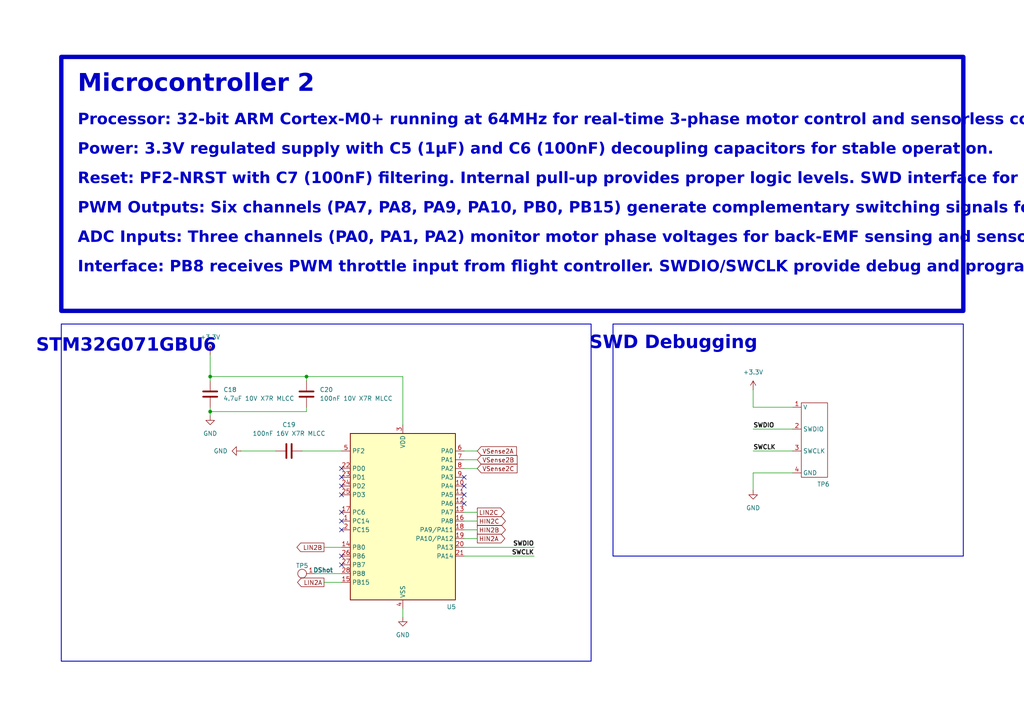
<source format=kicad_sch>
(kicad_sch (version 20250114) (generator "eeschema") (generator_version "9.0")
  (paper "A4")
  (lib_symbols
    (symbol "Device:C" (pin_numbers (hide yes)) (pin_names (offset 0.254))
      (property "Reference" "C" (at 0.635 2.54 0))
      (property "Value" "C" (at 0.635 -2.54 0))
      (symbol "C_0_1"
        (polyline (pts (xy -2.032 0.762) (xy 2.032 0.762)) (stroke (width 0.508)))
        (polyline (pts (xy -2.032 -0.762) (xy 2.032 -0.762)) (stroke (width 0.508)))
      )
      (symbol "C_1_1"
        (pin passive line (at 0 3.81 270) (length 2.794) (name "~") (number "1"))
        (pin passive line (at 0 -3.81 90) (length 2.794) (name "~") (number "2"))
      )
    )
    (symbol "Drone_components:1.27_test_pad"
      (property "Reference" "TP" (at 0 12.446 0))
      (symbol "1.27_test_pad_0_1"
        (rectangle (start -3.81 10.16) (end 3.81 -11.43))
      )
      (symbol "1.27_test_pad_1_1"
        (pin input line (at -6.35 8.89 0) (length 2.54) (name "V") (number "1"))
        (pin input line (at -6.35 2.54 0) (length 2.54) (name "SWDIO") (number "2"))
        (pin input line (at -6.35 -3.81 0) (length 2.54) (name "SWCLK") (number "3"))
        (pin input line (at -6.35 -10.16 0) (length 2.54) (name "GND") (number "4"))
      )
    )
    (symbol "Drone_components:Rectangle_test_point"
      (property "Reference" "TP" (at 0 3.556 0))
      (symbol "Rectangle_test_point_0_1"
        (circle (center 0 0) (radius 1.27))
      )
      (symbol "Rectangle_test_point_1_1"
        (pin input line (at -3.81 0 0) (length 2.54) (name "") (number "1"))
      )
    )
    (symbol "MCU_ST_STM32G0:STM32G071GBUxN"
      (property "Reference" "U" (at -15.24 26.67 0))
      (property "Value" "STM32G071GBUxN" (at 2.54 26.67 0))
      (symbol "STM32G071GBUxN_0_1"
        (rectangle (start -15.24 -22.86) (end 15.24 25.4) (stroke (width 0.254)) (fill (type background)))
      )
      (symbol "STM32G071GBUxN_1_1"
        (pin bidirectional line (at -17.78 20.32 0) (length 2.54) (name "PF2") (number "5"))
        (pin bidirectional line (at -17.78 15.24 0) (length 2.54) (name "PD0") (number "22"))
        (pin bidirectional line (at -17.78 12.7 0) (length 2.54) (name "PD1") (number "23"))
        (pin bidirectional line (at -17.78 10.16 0) (length 2.54) (name "PD2") (number "24"))
        (pin bidirectional line (at -17.78 7.62 0) (length 2.54) (name "PD3") (number "25"))
        (pin bidirectional line (at -17.78 2.54 0) (length 2.54) (name "PC6") (number "17"))
        (pin bidirectional line (at -17.78 0 0) (length 2.54) (name "PC14") (number "1"))
        (pin bidirectional line (at -17.78 -2.54 0) (length 2.54) (name "PC15") (number "2"))
        (pin bidirectional line (at -17.78 -7.62 0) (length 2.54) (name "PB0") (number "14"))
        (pin bidirectional line (at -17.78 -10.16 0) (length 2.54) (name "PB6") (number "26"))
        (pin bidirectional line (at -17.78 -12.7 0) (length 2.54) (name "PB7") (number "27"))
        (pin bidirectional line (at -17.78 -15.24 0) (length 2.54) (name "PB8") (number "28"))
        (pin bidirectional line (at -17.78 -17.78 0) (length 2.54) (name "PB15") (number "15"))
        (pin power_in line (at 0 27.94 270) (length 2.54) (name "VDD") (number "3"))
        (pin power_in line (at 0 -25.4 90) (length 2.54) (name "VSS") (number "4"))
        (pin bidirectional line (at 17.78 20.32 180) (length 2.54) (name "PA0") (number "6"))
        (pin bidirectional line (at 17.78 17.78 180) (length 2.54) (name "PA1") (number "7"))
        (pin bidirectional line (at 17.78 15.24 180) (length 2.54) (name "PA2") (number "8"))
        (pin bidirectional line (at 17.78 12.7 180) (length 2.54) (name "PA3") (number "9"))
        (pin bidirectional line (at 17.78 10.16 180) (length 2.54) (name "PA4") (number "10"))
        (pin bidirectional line (at 17.78 7.62 180) (length 2.54) (name "PA5") (number "11"))
        (pin bidirectional line (at 17.78 5.08 180) (length 2.54) (name "PA6") (number "12"))
        (pin bidirectional line (at 17.78 2.54 180) (length 2.54) (name "PA7") (number "13"))
        (pin bidirectional line (at 17.78 0 180) (length 2.54) (name "PA8") (number "16"))
        (pin bidirectional line (at 17.78 -2.54 180) (length 2.54) (name "PA9/PA11") (number "18"))
        (pin bidirectional line (at 17.78 -5.08 180) (length 2.54) (name "PA10/PA12") (number "19"))
        (pin bidirectional line (at 17.78 -7.62 180) (length 2.54) (name "PA13") (number "20"))
        (pin bidirectional line (at 17.78 -10.16 180) (length 2.54) (name "PA14") (number "21"))
      )
    )
    (symbol "power:+3.3V" (power) (pin_numbers (hide yes)) (pin_names (offset 0) (hide yes))
      (property "Value" "+3.3V" (at 0 3.556 0))
      (symbol "+3.3V_0_1"
        (polyline (pts (xy -0.762 1.27) (xy 0 2.54)))
        (polyline (pts (xy 0 2.54) (xy 0.762 1.27)))
        (polyline (pts (xy 0 0) (xy 0 2.54)))
      )
      (symbol "+3.3V_1_1"
        (pin power_in line (at 0 0 90) (length 0) (name "~") (number "1"))
      )
    )
    (symbol "power:GND" (power) (pin_numbers (hide yes)) (pin_names (offset 0) (hide yes))
      (property "Value" "GND" (at 0 -3.81 0))
      (symbol "GND_0_1"
        (polyline (pts (xy 0 0) (xy 0 -1.27) (xy 1.27 -1.27) (xy 0 -2.54) (xy -1.27 -1.27) (xy 0 -1.27)))
      )
      (symbol "GND_1_1"
        (pin power_in line (at 0 0 270) (length 0) (name "~") (number "1"))
      )
    )
  )
  (rectangle (start 17.78 16.51) (end 279.4 90.17) (stroke (width 1.27)))
  (rectangle (start 17.78 93.98) (end 171.45 191.77) (stroke (width 0.254)))
  (rectangle (start 177.8 93.98) (end 279.4 161.29) (stroke (width 0.254)))
  (text "SWD Debugging" (at 195.326 100.584 0) (effects (font (size 3.81 3.81) (bold yes))))
  (text "STM32G071GBU6" (at 36.576 101.346 0) (effects (font (size 3.81 3.81) (bold yes))))
  (text_box "Microcontroller 2\n_{Processor: 32-bit ARM Cortex-M0+ running at 64MHz for real-time 3-phase motor control and sensorless commutation algorithms.}\n_{Power: 3.3V regulated supply with C5 (1µF) and C6 (100nF) decoupling capacitors for stable operation.}\n_{Reset: PF2-NRST with C7 (100nF) filtering. Internal pull-up provides proper logic levels. SWD interface for programming.}\n_{PWM Outputs: Six channels (PA7, PA8, PA9, PA10, PB0, PB15) generate complementary switching signals for FD6288Q gate driver.}\n_{ADC Inputs: Three channels (PA0, PA1, PA2) monitor motor phase voltages for back-EMF sensing and sensorless rotor position detection.}\n_{Interface: PB8 receives PWM throttle input from flight controller. SWDIO/SWCLK provide debug and programming access.}" (at 21.59 20.32 0) (size 220.98 66.04) (margins 0.9525 0.9525 0.9525 0.9525) (stroke (width -0.0001)) (effects (font (size 5.08 5.08) (bold yes)) (justify left top)))
  (junction (at 88.9 109.22))
  (junction (at 60.96 119.38))
  (junction (at 60.96 109.22))
  (no_connect (at 134.62 143.51))
  (no_connect (at 99.06 143.51))
  (no_connect (at 99.06 135.89))
  (no_connect (at 99.06 140.97))
  (no_connect (at 99.06 161.29))
  (no_connect (at 134.62 138.43))
  (no_connect (at 99.06 151.13))
  (no_connect (at 99.06 138.43))
  (no_connect (at 99.06 153.67))
  (no_connect (at 99.06 148.59))
  (no_connect (at 134.62 140.97))
  (no_connect (at 99.06 163.83))
  (no_connect (at 134.62 146.05))
  (wire (pts (xy 60.96 102.87) (xy 60.96 109.22)))
  (wire (pts (xy 88.9 109.22) (xy 88.9 110.49)))
  (wire (pts (xy 134.62 156.21) (xy 138.43 156.21)))
  (wire (pts (xy 134.62 161.29) (xy 154.94 161.29)))
  (wire (pts (xy 134.62 133.35) (xy 138.43 133.35)))
  (wire (pts (xy 93.98 168.91) (xy 99.06 168.91)))
  (wire (pts (xy 134.62 151.13) (xy 138.43 151.13)))
  (wire (pts (xy 91.44 166.37) (xy 99.06 166.37)))
  (wire (pts (xy 69.85 130.81) (xy 80.01 130.81)))
  (wire (pts (xy 116.84 176.53) (xy 116.84 179.07)))
  (wire (pts (xy 134.62 130.81) (xy 138.43 130.81)))
  (wire (pts (xy 60.96 109.22) (xy 60.96 110.49)))
  (wire (pts (xy 218.44 124.46) (xy 229.87 124.46)))
  (wire (pts (xy 60.96 119.38) (xy 60.96 120.65)))
  (wire (pts (xy 88.9 118.11) (xy 88.9 119.38)))
  (wire (pts (xy 116.84 109.22) (xy 116.84 123.19)))
  (wire (pts (xy 93.98 158.75) (xy 99.06 158.75)))
  (wire (pts (xy 134.62 153.67) (xy 138.43 153.67)))
  (wire (pts (xy 134.62 158.75) (xy 154.94 158.75)))
  (wire (pts (xy 134.62 148.59) (xy 138.43 148.59)))
  (wire (pts (xy 218.44 113.03) (xy 218.44 118.11)))
  (wire (pts (xy 218.44 130.81) (xy 229.87 130.81)))
  (wire (pts (xy 88.9 119.38) (xy 60.96 119.38)))
  (wire (pts (xy 134.62 135.89) (xy 138.43 135.89)))
  (wire (pts (xy 87.63 130.81) (xy 99.06 130.81)))
  (wire (pts (xy 218.44 137.16) (xy 229.87 137.16)))
  (wire (pts (xy 60.96 119.38) (xy 60.96 118.11)))
  (wire (pts (xy 218.44 118.11) (xy 229.87 118.11)))
  (wire (pts (xy 218.44 142.24) (xy 218.44 137.16)))
  (wire (pts (xy 60.96 109.22) (xy 88.9 109.22)))
  (wire (pts (xy 88.9 109.22) (xy 116.84 109.22)))
  (label "SWCLK" (at 154.94 161.29 180) (effects (font (thickness 0.254) (bold yes))))
  (label "SWDIO" (at 154.94 158.75 180) (effects (font (thickness 0.254) (bold yes))))
  (label "SWDIO" (at 218.44 124.46 0) (effects (font (thickness 0.254) (bold yes))))
  (label "SWCLK" (at 218.44 130.81 0) (effects (font (thickness 0.254) (bold yes))))
  (global_label "HIN2C" (shape output) (at 138.43 151.13 0) (property "Intersheetrefs" "${INTERSHEET_REFS}" (effects (hide yes))))
  (global_label "VSense2B" (shape input) (at 138.43 133.35 0) (property "Intersheetrefs" "${INTERSHEET_REFS}" (effects (hide yes))))
  (global_label "VSense2A" (shape input) (at 138.43 130.81 0) (property "Intersheetrefs" "${INTERSHEET_REFS}" (effects (hide yes))))
  (global_label "HIN2A" (shape output) (at 138.43 156.21 0) (property "Intersheetrefs" "${INTERSHEET_REFS}" (effects (hide yes))))
  (global_label "LIN2B" (shape output) (at 93.98 158.75 180) (property "Intersheetrefs" "${INTERSHEET_REFS}" (effects (hide yes))))
  (global_label "LIN2C" (shape output) (at 138.43 148.59 0) (property "Intersheetrefs" "${INTERSHEET_REFS}" (effects (hide yes))))
  (global_label "VSense2C" (shape input) (at 138.43 135.89 0) (property "Intersheetrefs" "${INTERSHEET_REFS}" (effects (hide yes))))
  (global_label "LIN2A" (shape output) (at 93.98 168.91 180) (property "Intersheetrefs" "${INTERSHEET_REFS}" (effects (hide yes))))
  (global_label "HIN2B" (shape output) (at 138.43 153.67 0) (property "Intersheetrefs" "${INTERSHEET_REFS}" (effects (hide yes))))
  (symbol (lib_id "power:GND") (at 218.44 142.24 0) (unit 1)
    (property "Reference" "#PWR030" (effects (hide yes)))
    (property "Value" "GND" (at 218.44 147.32 0))
    (property "Description" "Power symbol creates a global label with name \"GND\" , ground" (effects (hide yes)))
  )
  (symbol (lib_id "power:GND") (at 60.96 120.65 0) (unit 1)
    (property "Reference" "#PWR026" (effects (hide yes)))
    (property "Value" "GND" (at 60.96 125.73 0))
    (property "Description" "Power symbol creates a global label with name \"GND\" , ground" (effects (hide yes)))
  )
  (symbol (lib_id "power:GND") (at 116.84 179.07 0) (unit 1)
    (property "Reference" "#PWR028" (effects (hide yes)))
    (property "Value" "GND" (at 116.84 184.15 0))
    (property "Description" "Power symbol creates a global label with name \"GND\" , ground" (effects (hide yes)))
  )
  (symbol (lib_id "power:+3.3V") (at 60.96 102.87 0) (unit 1)
    (property "Reference" "#PWR025" (effects (hide yes)))
    (property "Value" "+3.3V" (at 60.96 97.79 0))
    (property "Description" "Power symbol creates a global label with name \"+3.3V\"" (effects (hide yes)))
  )
  (symbol (lib_id "MCU_ST_STM32G0:STM32G071GBUxN") (at 116.84 151.13 0) (unit 1)
    (property "Reference" "U5" (at 129.54 176.022 0) (effects (justify left)))
    (property "Value" "STM32G071GBU6" (effects (hide yes)))
    (property "Footprint" "Package_DFN_QFN:QFN-28_4x4mm_P0.5mm" (effects (hide yes)))
    (property "Datasheet" "https://www.st.com/resource/en/datasheet/stm32g071gb.pdf" (effects (hide yes)))
    (property "Description" "STMicroelectronics Arm Cortex-M0+ MCU, 128KB flash, 36KB RAM, 64 MHz, 1.7-3.6V, 26 GPIO, UFQFPN28" (effects (hide yes)))
    (property "JLCPCB part" "C529347" (effects (hide yes)))
  )
  (symbol (lib_id "power:GND") (at 69.85 130.81 270) (unit 1)
    (property "Reference" "#PWR027" (effects (hide yes)))
    (property "Value" "GND" (at 66.04 130.8099 90) (effects (justify right)))
    (property "Description" "Power symbol creates a global label with name \"GND\" , ground" (effects (hide yes)))
  )
  (symbol (lib_id "power:+3.3V") (at 218.44 113.03 0) (unit 1)
    (property "Reference" "#PWR029" (effects (hide yes)))
    (property "Value" "+3.3V" (at 218.44 107.95 0))
    (property "Description" "Power symbol creates a global label with name \"+3.3V\"" (effects (hide yes)))
  )
  (symbol (lib_id "Device:C") (at 83.82 130.81 90) (unit 1)
    (property "Reference" "C19" (at 83.82 123.19 90))
    (property "Value" "100nF 16V X7R MLCC" (at 83.82 125.73 90))
    (property "Footprint" "Capacitor_SMD:C_01005_0402Metric" (effects (hide yes)))
    (property "Description" "Unpolarized capacitor" (effects (hide yes)))
    (property "JLCPCB part" "C307331" (effects (hide yes)))
  )
  (symbol (lib_id "Drone_components:Rectangle_test_point") (at 87.63 166.37 180) (unit 1)
    (property "Reference" "TP5" (at 87.63 164.084 0))
    (property "Value" "DShot" (at 93.726 165.354 0) (effects (font (thickness 0.254) (bold yes))))
    (property "Footprint" "Drone_components:Rectangle test point" (effects (hide yes)))
  )
  (symbol (lib_id "Drone_components:1.27_test_pad") (at 236.22 127 0) (unit 1)
    (property "Reference" "TP6" (at 236.982 140.462 0) (effects (justify left)))
    (property "Footprint" "Drone_components:1.27 test pad" (effects (hide yes)))
  )
  (symbol (lib_id "Device:C") (at 88.9 114.3 0) (unit 1)
    (property "Reference" "C20" (at 92.71 113.0299 0) (effects (justify left)))
    (property "Value" "100nF 10V X7R MLCC" (at 92.71 115.5699 0) (effects (justify left)))
    (property "Footprint" "Capacitor_SMD:C_0402_1005Metric" (effects (hide yes)))
    (property "Description" "Unpolarized capacitor" (effects (hide yes)))
    (property "JLCPCB part" "C307331" (effects (hide yes)))
  )
  (symbol (lib_id "Device:C") (at 60.96 114.3 0) (unit 1)
    (property "Reference" "C18" (at 64.77 113.0299 0) (effects (justify left)))
    (property "Value" "4.7uF 10V X7R MLCC" (at 64.77 115.5699 0) (effects (justify left)))
    (property "Footprint" "Capacitor_SMD:C_0603_1608Metric" (effects (hide yes)))
    (property "Description" "Unpolarized capacitor" (effects (hide yes)))
    (property "JLCPCB part" "C108342" (effects (hide yes)))
  )
)
</source>
